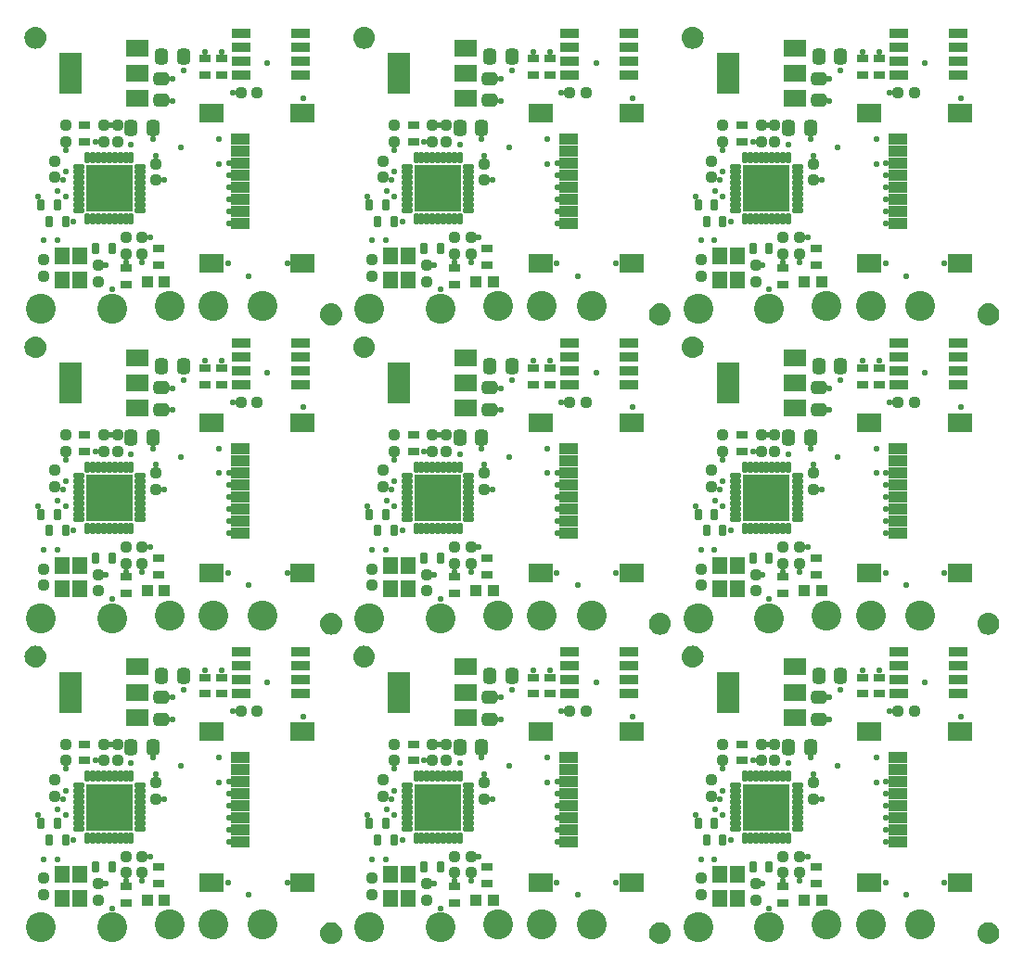
<source format=gts>
%FSLAX46Y46*%
%MOMM*%
%AMPS17*
21,1,1.000000,1.000000,0.000000,0.000000,0.000000*
%
%ADD17PS17*%
%AMPS36*
21,1,1.650000,2.200000,0.000000,0.000000,90.000000*
%
%ADD36PS36*%
%AMPS35*
21,1,1.650000,2.200000,0.000000,0.000000,270.000000*
%
%ADD35PS35*%
%AMPS14*
21,1,0.800000,1.700000,0.000000,0.000000,90.000000*
%
%ADD14PS14*%
%AMPS15*
21,1,0.800000,1.700000,0.000000,0.000000,270.000000*
%
%ADD15PS15*%
%AMPS18*
21,1,1.450000,1.950000,0.000000,0.000000,90.000000*
%
%ADD18PS18*%
%AMPS34*
21,1,1.000000,1.700000,0.000000,0.000000,90.000000*
%
%ADD34PS34*%
%AMPS19*
21,1,3.700000,1.950000,0.000000,0.000000,90.000000*
%
%ADD19PS19*%
%AMPS27*
21,1,1.600000,1.400000,0.000000,0.000000,90.000000*
%
%ADD27PS27*%
%AMPS37*
1,1,0.550000,0.000000,0.000000*
%
%ADD37PS37*%
%AMPS33*
1,1,0.560000,-0.220000,0.195000*
1,1,0.560000,0.220000,-0.195000*
1,1,0.560000,0.220000,0.195000*
1,1,0.560000,-0.220000,-0.195000*
21,1,1.000000,0.390000,0.000000,0.000000,0.000000*
21,1,0.440000,0.950000,0.000000,0.000000,0.000000*
%
%ADD33PS33*%
%AMPS20*
1,1,0.560000,-0.195000,-0.220000*
1,1,0.560000,0.195000,0.220000*
1,1,0.560000,-0.195000,0.220000*
1,1,0.560000,0.195000,-0.220000*
21,1,1.000000,0.390000,0.000000,0.000000,90.000000*
21,1,0.440000,0.950000,0.000000,0.000000,90.000000*
%
%ADD20PS20*%
%AMPS12*
1,1,0.560000,0.195000,0.220000*
1,1,0.560000,-0.195000,-0.220000*
1,1,0.560000,0.195000,-0.220000*
1,1,0.560000,-0.195000,0.220000*
21,1,1.000000,0.390000,0.000000,0.000000,270.000000*
21,1,0.440000,0.950000,0.000000,0.000000,270.000000*
%
%ADD12PS12*%
%AMPS10*
1,1,0.700000,-0.250000,0.375000*
1,1,0.700000,0.250000,-0.375000*
1,1,0.700000,0.250000,0.375000*
1,1,0.700000,-0.250000,-0.375000*
21,1,1.200000,0.750000,0.000000,0.000000,0.000000*
21,1,0.500000,1.450000,0.000000,0.000000,0.000000*
%
%ADD10PS10*%
%AMPS30*
1,1,0.700000,0.250000,-0.375000*
1,1,0.700000,-0.250000,0.375000*
1,1,0.700000,-0.250000,-0.375000*
1,1,0.700000,0.250000,0.375000*
21,1,1.200000,0.750000,0.000000,0.000000,180.000000*
21,1,0.500000,1.450000,0.000000,0.000000,180.000000*
%
%ADD30PS30*%
%AMPS11*
1,1,0.700000,0.375000,0.250000*
1,1,0.700000,-0.375000,-0.250000*
1,1,0.700000,0.375000,-0.250000*
1,1,0.700000,-0.375000,0.250000*
21,1,1.200000,0.750000,0.000000,0.000000,270.000000*
21,1,0.500000,1.450000,0.000000,0.000000,270.000000*
%
%ADD11PS11*%
%AMPS32*
1,1,0.440000,-0.130000,0.330000*
1,1,0.440000,0.130000,-0.330000*
1,1,0.440000,0.130000,0.330000*
1,1,0.440000,-0.130000,-0.330000*
21,1,0.700000,0.660000,0.000000,0.000000,0.000000*
21,1,0.260000,1.100000,0.000000,0.000000,0.000000*
%
%ADD32PS32*%
%AMPS13*
1,1,0.440000,-0.330000,-0.130000*
1,1,0.440000,0.330000,0.130000*
1,1,0.440000,-0.330000,0.130000*
1,1,0.440000,0.330000,-0.130000*
21,1,0.700000,0.660000,0.000000,0.000000,90.000000*
21,1,0.260000,1.100000,0.000000,0.000000,90.000000*
%
%ADD13PS13*%
%AMPS29*
1,1,0.440000,0.130000,-0.330000*
1,1,0.440000,-0.130000,0.330000*
1,1,0.440000,-0.130000,-0.330000*
1,1,0.440000,0.130000,0.330000*
21,1,0.700000,0.660000,0.000000,0.000000,180.000000*
21,1,0.260000,1.100000,0.000000,0.000000,180.000000*
%
%ADD29PS29*%
%AMPS16*
1,1,0.440000,0.330000,0.130000*
1,1,0.440000,-0.330000,-0.130000*
1,1,0.440000,0.330000,-0.130000*
1,1,0.440000,-0.330000,0.130000*
21,1,0.700000,0.660000,0.000000,0.000000,270.000000*
21,1,0.260000,1.100000,0.000000,0.000000,270.000000*
%
%ADD16PS16*%
%AMPS23*
1,1,0.325000,-0.387500,0.077500*
1,1,0.325000,0.387500,-0.077500*
1,1,0.325000,0.387500,0.077500*
1,1,0.325000,-0.387500,-0.077500*
21,1,1.100000,0.155000,0.000000,0.000000,0.000000*
21,1,0.775000,0.480000,0.000000,0.000000,0.000000*
%
%ADD23PS23*%
%AMPS21*
1,1,0.325000,-0.077500,-0.387500*
1,1,0.325000,0.077500,0.387500*
1,1,0.325000,-0.077500,0.387500*
1,1,0.325000,0.077500,-0.387500*
21,1,1.100000,0.155000,0.000000,0.000000,90.000000*
21,1,0.775000,0.480000,0.000000,0.000000,90.000000*
%
%ADD21PS21*%
%AMPS22*
1,1,0.325000,0.387500,-0.077500*
1,1,0.325000,-0.387500,0.077500*
1,1,0.325000,-0.387500,-0.077500*
1,1,0.325000,0.387500,0.077500*
21,1,1.100000,0.155000,0.000000,0.000000,180.000000*
21,1,0.775000,0.480000,0.000000,0.000000,180.000000*
%
%ADD22PS22*%
%AMPS24*
1,1,0.325000,0.077500,0.387500*
1,1,0.325000,-0.077500,-0.387500*
1,1,0.325000,0.077500,-0.387500*
1,1,0.325000,-0.077500,0.387500*
21,1,1.100000,0.155000,0.000000,0.000000,270.000000*
21,1,0.775000,0.480000,0.000000,0.000000,270.000000*
%
%ADD24PS24*%
%AMPS25*
21,1,4.299999,4.299999,0.000000,0.000000,180.000000*
%
%ADD25PS25*%
%AMPS28*
1,1,2.740000,0.000000,0.000000*
%
%ADD28PS28*%
%AMPS31*
1,1,2.740000,0.000000,0.000000*
%
%ADD31PS31*%
%AMPS26*
1,1,2.740000,0.000000,0.000000*
%
%ADD26PS26*%
G01*
%LPD*%
G36*
X59480785Y29554910D02*
X59500000Y29750000D01*
X59480785Y29945090D01*
X59423879Y30132683D01*
X59331469Y30305570D01*
X59207106Y30457106D01*
X59055570Y30581469D01*
X58882683Y30673879D01*
X58695090Y30730785D01*
X58500000Y30750000D01*
X58304910Y30730785D01*
X58117317Y30673879D01*
X57944430Y30581469D01*
X57792894Y30457106D01*
X57668531Y30305570D01*
X57576121Y30132683D01*
X57519215Y29945090D01*
X57500000Y29750000D01*
X57519215Y29554910D01*
X57576121Y29367317D01*
X57668531Y29194430D01*
X57792894Y29042894D01*
X57944430Y28918531D01*
X58117317Y28826121D01*
X58304910Y28769215D01*
X58500000Y28750000D01*
X58695090Y28769215D01*
X58882683Y28826121D01*
X59055570Y28918531D01*
X59207106Y29042894D01*
X59331469Y29194430D01*
X59423879Y29367317D01*
X59480785Y29554910D01*
D02*
G37*
G36*
X32480785Y54804910D02*
X32500000Y55000000D01*
X32480785Y55195090D01*
X32423879Y55382683D01*
X32331469Y55555570D01*
X32207106Y55707106D01*
X32055570Y55831469D01*
X31882683Y55923879D01*
X31695090Y55980785D01*
X31500000Y56000000D01*
X31304910Y55980785D01*
X31117317Y55923879D01*
X30944430Y55831469D01*
X30792894Y55707106D01*
X30668531Y55555570D01*
X30576121Y55382683D01*
X30519215Y55195090D01*
X30500000Y55000000D01*
X30519215Y54804910D01*
X30576121Y54617317D01*
X30668531Y54444430D01*
X30792894Y54292894D01*
X30944430Y54168531D01*
X31117317Y54076121D01*
X31304910Y54019215D01*
X31500000Y54000000D01*
X31695090Y54019215D01*
X31882683Y54076121D01*
X32055570Y54168531D01*
X32207106Y54292894D01*
X32331469Y54444430D01*
X32423879Y54617317D01*
X32480785Y54804910D01*
D02*
G37*
G36*
X89480785Y29554910D02*
X89500000Y29750000D01*
X89480785Y29945090D01*
X89423879Y30132683D01*
X89331469Y30305570D01*
X89207106Y30457106D01*
X89055570Y30581469D01*
X88882683Y30673879D01*
X88695090Y30730785D01*
X88500000Y30750000D01*
X88304910Y30730785D01*
X88117317Y30673879D01*
X87944430Y30581469D01*
X87792894Y30457106D01*
X87668531Y30305570D01*
X87576121Y30132683D01*
X87519215Y29945090D01*
X87500000Y29750000D01*
X87519215Y29554910D01*
X87576121Y29367317D01*
X87668531Y29194430D01*
X87792894Y29042894D01*
X87944430Y28918531D01*
X88117317Y28826121D01*
X88304910Y28769215D01*
X88500000Y28750000D01*
X88695090Y28769215D01*
X88882683Y28826121D01*
X89055570Y28918531D01*
X89207106Y29042894D01*
X89331469Y29194430D01*
X89423879Y29367317D01*
X89480785Y29554910D01*
D02*
G37*
G36*
X62480785Y54804910D02*
X62500000Y55000000D01*
X62480785Y55195090D01*
X62423879Y55382683D01*
X62331469Y55555570D01*
X62207106Y55707106D01*
X62055570Y55831469D01*
X61882683Y55923879D01*
X61695090Y55980785D01*
X61500000Y56000000D01*
X61304910Y55980785D01*
X61117317Y55923879D01*
X60944430Y55831469D01*
X60792894Y55707106D01*
X60668531Y55555570D01*
X60576121Y55382683D01*
X60519215Y55195090D01*
X60500000Y55000000D01*
X60519215Y54804910D01*
X60576121Y54617317D01*
X60668531Y54444430D01*
X60792894Y54292894D01*
X60944430Y54168531D01*
X61117317Y54076121D01*
X61304910Y54019215D01*
X61500000Y54000000D01*
X61695090Y54019215D01*
X61882683Y54076121D01*
X62055570Y54168531D01*
X62207106Y54292894D01*
X62331469Y54444430D01*
X62423879Y54617317D01*
X62480785Y54804910D01*
D02*
G37*
G36*
X89480785Y1304910D02*
X89500000Y1500000D01*
X89480785Y1695090D01*
X89423879Y1882683D01*
X89331469Y2055570D01*
X89207106Y2207106D01*
X89055570Y2331469D01*
X88882683Y2423879D01*
X88695090Y2480785D01*
X88500000Y2500000D01*
X88304910Y2480785D01*
X88117317Y2423879D01*
X87944430Y2331469D01*
X87792894Y2207106D01*
X87668531Y2055570D01*
X87576121Y1882683D01*
X87519215Y1695090D01*
X87500000Y1500000D01*
X87519215Y1304910D01*
X87576121Y1117317D01*
X87668531Y944430D01*
X87792894Y792894D01*
X87944430Y668531D01*
X88117317Y576121D01*
X88304910Y519215D01*
X88500000Y500000D01*
X88695090Y519215D01*
X88882683Y576121D01*
X89055570Y668531D01*
X89207106Y792894D01*
X89331469Y944430D01*
X89423879Y1117317D01*
X89480785Y1304910D01*
D02*
G37*
G36*
X62480785Y26554910D02*
X62500000Y26750000D01*
X62480785Y26945090D01*
X62423879Y27132683D01*
X62331469Y27305570D01*
X62207106Y27457106D01*
X62055570Y27581469D01*
X61882683Y27673879D01*
X61695090Y27730785D01*
X61500000Y27750000D01*
X61304910Y27730785D01*
X61117317Y27673879D01*
X60944430Y27581469D01*
X60792894Y27457106D01*
X60668531Y27305570D01*
X60576121Y27132683D01*
X60519215Y26945090D01*
X60500000Y26750000D01*
X60519215Y26554910D01*
X60576121Y26367317D01*
X60668531Y26194430D01*
X60792894Y26042894D01*
X60944430Y25918531D01*
X61117317Y25826121D01*
X61304910Y25769215D01*
X61500000Y25750000D01*
X61695090Y25769215D01*
X61882683Y25826121D01*
X62055570Y25918531D01*
X62207106Y26042894D01*
X62331469Y26194430D01*
X62423879Y26367317D01*
X62480785Y26554910D01*
D02*
G37*
G36*
X59480785Y57804910D02*
X59500000Y58000000D01*
X59480785Y58195090D01*
X59423879Y58382683D01*
X59331469Y58555570D01*
X59207106Y58707106D01*
X59055570Y58831469D01*
X58882683Y58923879D01*
X58695090Y58980785D01*
X58500000Y59000000D01*
X58304910Y58980785D01*
X58117317Y58923879D01*
X57944430Y58831469D01*
X57792894Y58707106D01*
X57668531Y58555570D01*
X57576121Y58382683D01*
X57519215Y58195090D01*
X57500000Y58000000D01*
X57519215Y57804910D01*
X57576121Y57617317D01*
X57668531Y57444430D01*
X57792894Y57292894D01*
X57944430Y57168531D01*
X58117317Y57076121D01*
X58304910Y57019215D01*
X58500000Y57000000D01*
X58695090Y57019215D01*
X58882683Y57076121D01*
X59055570Y57168531D01*
X59207106Y57292894D01*
X59331469Y57444430D01*
X59423879Y57617317D01*
X59480785Y57804910D01*
D02*
G37*
G36*
X32480785Y83054910D02*
X32500000Y83250000D01*
X32480785Y83445090D01*
X32423879Y83632683D01*
X32331469Y83805570D01*
X32207106Y83957106D01*
X32055570Y84081469D01*
X31882683Y84173879D01*
X31695090Y84230785D01*
X31500000Y84250000D01*
X31304910Y84230785D01*
X31117317Y84173879D01*
X30944430Y84081469D01*
X30792894Y83957106D01*
X30668531Y83805570D01*
X30576121Y83632683D01*
X30519215Y83445090D01*
X30500000Y83250000D01*
X30519215Y83054910D01*
X30576121Y82867317D01*
X30668531Y82694430D01*
X30792894Y82542894D01*
X30944430Y82418531D01*
X31117317Y82326121D01*
X31304910Y82269215D01*
X31500000Y82250000D01*
X31695090Y82269215D01*
X31882683Y82326121D01*
X32055570Y82418531D01*
X32207106Y82542894D01*
X32331469Y82694430D01*
X32423879Y82867317D01*
X32480785Y83054910D01*
D02*
G37*
G36*
X29480785Y57804910D02*
X29500000Y58000000D01*
X29480785Y58195090D01*
X29423879Y58382683D01*
X29331469Y58555570D01*
X29207106Y58707106D01*
X29055570Y58831469D01*
X28882683Y58923879D01*
X28695090Y58980785D01*
X28500000Y59000000D01*
X28304910Y58980785D01*
X28117317Y58923879D01*
X27944430Y58831469D01*
X27792894Y58707106D01*
X27668531Y58555570D01*
X27576121Y58382683D01*
X27519215Y58195090D01*
X27500000Y58000000D01*
X27519215Y57804910D01*
X27576121Y57617317D01*
X27668531Y57444430D01*
X27792894Y57292894D01*
X27944430Y57168531D01*
X28117317Y57076121D01*
X28304910Y57019215D01*
X28500000Y57000000D01*
X28695090Y57019215D01*
X28882683Y57076121D01*
X29055570Y57168531D01*
X29207106Y57292894D01*
X29331469Y57444430D01*
X29423879Y57617317D01*
X29480785Y57804910D01*
D02*
G37*
G36*
X2480785Y83054910D02*
X2500000Y83250000D01*
X2480785Y83445090D01*
X2423879Y83632683D01*
X2331469Y83805570D01*
X2207106Y83957106D01*
X2055570Y84081469D01*
X1882683Y84173879D01*
X1695090Y84230785D01*
X1500000Y84250000D01*
X1304910Y84230785D01*
X1117317Y84173879D01*
X944430Y84081469D01*
X792894Y83957106D01*
X668531Y83805570D01*
X576121Y83632683D01*
X519215Y83445090D01*
X500000Y83250000D01*
X519215Y83054910D01*
X576121Y82867317D01*
X668531Y82694430D01*
X792894Y82542894D01*
X944430Y82418531D01*
X1117317Y82326121D01*
X1304910Y82269215D01*
X1500000Y82250000D01*
X1695090Y82269215D01*
X1882683Y82326121D01*
X2055570Y82418531D01*
X2207106Y82542894D01*
X2331469Y82694430D01*
X2423879Y82867317D01*
X2480785Y83054910D01*
D02*
G37*
G36*
X29480785Y29554910D02*
X29500000Y29750000D01*
X29480785Y29945090D01*
X29423879Y30132683D01*
X29331469Y30305570D01*
X29207106Y30457106D01*
X29055570Y30581469D01*
X28882683Y30673879D01*
X28695090Y30730785D01*
X28500000Y30750000D01*
X28304910Y30730785D01*
X28117317Y30673879D01*
X27944430Y30581469D01*
X27792894Y30457106D01*
X27668531Y30305570D01*
X27576121Y30132683D01*
X27519215Y29945090D01*
X27500000Y29750000D01*
X27519215Y29554910D01*
X27576121Y29367317D01*
X27668531Y29194430D01*
X27792894Y29042894D01*
X27944430Y28918531D01*
X28117317Y28826121D01*
X28304910Y28769215D01*
X28500000Y28750000D01*
X28695090Y28769215D01*
X28882683Y28826121D01*
X29055570Y28918531D01*
X29207106Y29042894D01*
X29331469Y29194430D01*
X29423879Y29367317D01*
X29480785Y29554910D01*
D02*
G37*
G36*
X2480785Y54804910D02*
X2500000Y55000000D01*
X2480785Y55195090D01*
X2423879Y55382683D01*
X2331469Y55555570D01*
X2207106Y55707106D01*
X2055570Y55831469D01*
X1882683Y55923879D01*
X1695090Y55980785D01*
X1500000Y56000000D01*
X1304910Y55980785D01*
X1117317Y55923879D01*
X944430Y55831469D01*
X792894Y55707106D01*
X668531Y55555570D01*
X576121Y55382683D01*
X519215Y55195090D01*
X500000Y55000000D01*
X519215Y54804910D01*
X576121Y54617317D01*
X668531Y54444430D01*
X792894Y54292894D01*
X944430Y54168531D01*
X1117317Y54076121D01*
X1304910Y54019215D01*
X1500000Y54000000D01*
X1695090Y54019215D01*
X1882683Y54076121D01*
X2055570Y54168531D01*
X2207106Y54292894D01*
X2331469Y54444430D01*
X2423879Y54617317D01*
X2480785Y54804910D01*
D02*
G37*
G36*
X59480785Y1304910D02*
X59500000Y1500000D01*
X59480785Y1695090D01*
X59423879Y1882683D01*
X59331469Y2055570D01*
X59207106Y2207106D01*
X59055570Y2331469D01*
X58882683Y2423879D01*
X58695090Y2480785D01*
X58500000Y2500000D01*
X58304910Y2480785D01*
X58117317Y2423879D01*
X57944430Y2331469D01*
X57792894Y2207106D01*
X57668531Y2055570D01*
X57576121Y1882683D01*
X57519215Y1695090D01*
X57500000Y1500000D01*
X57519215Y1304910D01*
X57576121Y1117317D01*
X57668531Y944430D01*
X57792894Y792894D01*
X57944430Y668531D01*
X58117317Y576121D01*
X58304910Y519215D01*
X58500000Y500000D01*
X58695090Y519215D01*
X58882683Y576121D01*
X59055570Y668531D01*
X59207106Y792894D01*
X59331469Y944430D01*
X59423879Y1117317D01*
X59480785Y1304910D01*
D02*
G37*
G36*
X32480785Y26554910D02*
X32500000Y26750000D01*
X32480785Y26945090D01*
X32423879Y27132683D01*
X32331469Y27305570D01*
X32207106Y27457106D01*
X32055570Y27581469D01*
X31882683Y27673879D01*
X31695090Y27730785D01*
X31500000Y27750000D01*
X31304910Y27730785D01*
X31117317Y27673879D01*
X30944430Y27581469D01*
X30792894Y27457106D01*
X30668531Y27305570D01*
X30576121Y27132683D01*
X30519215Y26945090D01*
X30500000Y26750000D01*
X30519215Y26554910D01*
X30576121Y26367317D01*
X30668531Y26194430D01*
X30792894Y26042894D01*
X30944430Y25918531D01*
X31117317Y25826121D01*
X31304910Y25769215D01*
X31500000Y25750000D01*
X31695090Y25769215D01*
X31882683Y25826121D01*
X32055570Y25918531D01*
X32207106Y26042894D01*
X32331469Y26194430D01*
X32423879Y26367317D01*
X32480785Y26554910D01*
D02*
G37*
G36*
X29480785Y1304910D02*
X29500000Y1500000D01*
X29480785Y1695090D01*
X29423879Y1882683D01*
X29331469Y2055570D01*
X29207106Y2207106D01*
X29055570Y2331469D01*
X28882683Y2423879D01*
X28695090Y2480785D01*
X28500000Y2500000D01*
X28304910Y2480785D01*
X28117317Y2423879D01*
X27944430Y2331469D01*
X27792894Y2207106D01*
X27668531Y2055570D01*
X27576121Y1882683D01*
X27519215Y1695090D01*
X27500000Y1500000D01*
X27519215Y1304910D01*
X27576121Y1117317D01*
X27668531Y944430D01*
X27792894Y792894D01*
X27944430Y668531D01*
X28117317Y576121D01*
X28304910Y519215D01*
X28500000Y500000D01*
X28695090Y519215D01*
X28882683Y576121D01*
X29055570Y668531D01*
X29207106Y792894D01*
X29331469Y944430D01*
X29423879Y1117317D01*
X29480785Y1304910D01*
D02*
G37*
G36*
X2480785Y26554910D02*
X2500000Y26750000D01*
X2480785Y26945090D01*
X2423879Y27132683D01*
X2331469Y27305570D01*
X2207106Y27457106D01*
X2055570Y27581469D01*
X1882683Y27673879D01*
X1695090Y27730785D01*
X1500000Y27750000D01*
X1304910Y27730785D01*
X1117317Y27673879D01*
X944430Y27581469D01*
X792894Y27457106D01*
X668531Y27305570D01*
X576121Y27132683D01*
X519215Y26945090D01*
X500000Y26750000D01*
X519215Y26554910D01*
X576121Y26367317D01*
X668531Y26194430D01*
X792894Y26042894D01*
X944430Y25918531D01*
X1117317Y25826121D01*
X1304910Y25769215D01*
X1500000Y25750000D01*
X1695090Y25769215D01*
X1882683Y25826121D01*
X2055570Y25918531D01*
X2207106Y26042894D01*
X2331469Y26194430D01*
X2423879Y26367317D01*
X2480785Y26554910D01*
D02*
G37*
G36*
X89480785Y57804910D02*
X89500000Y58000000D01*
X89480785Y58195090D01*
X89423879Y58382683D01*
X89331469Y58555570D01*
X89207106Y58707106D01*
X89055570Y58831469D01*
X88882683Y58923879D01*
X88695090Y58980785D01*
X88500000Y59000000D01*
X88304910Y58980785D01*
X88117317Y58923879D01*
X87944430Y58831469D01*
X87792894Y58707106D01*
X87668531Y58555570D01*
X87576121Y58382683D01*
X87519215Y58195090D01*
X87500000Y58000000D01*
X87519215Y57804910D01*
X87576121Y57617317D01*
X87668531Y57444430D01*
X87792894Y57292894D01*
X87944430Y57168531D01*
X88117317Y57076121D01*
X88304910Y57019215D01*
X88500000Y57000000D01*
X88695090Y57019215D01*
X88882683Y57076121D01*
X89055570Y57168531D01*
X89207106Y57292894D01*
X89331469Y57444430D01*
X89423879Y57617317D01*
X89480785Y57804910D01*
D02*
G37*
G36*
X62480785Y83054910D02*
X62500000Y83250000D01*
X62480785Y83445090D01*
X62423879Y83632683D01*
X62331469Y83805570D01*
X62207106Y83957106D01*
X62055570Y84081469D01*
X61882683Y84173879D01*
X61695090Y84230785D01*
X61500000Y84250000D01*
X61304910Y84230785D01*
X61117317Y84173879D01*
X60944430Y84081469D01*
X60792894Y83957106D01*
X60668531Y83805570D01*
X60576121Y83632683D01*
X60519215Y83445090D01*
X60500000Y83250000D01*
X60519215Y83054910D01*
X60576121Y82867317D01*
X60668531Y82694430D01*
X60792894Y82542894D01*
X60944430Y82418531D01*
X61117317Y82326121D01*
X61304910Y82269215D01*
X61500000Y82250000D01*
X61695090Y82269215D01*
X61882683Y82326121D01*
X62055570Y82418531D01*
X62207106Y82542894D01*
X62331469Y82694430D01*
X62423879Y82867317D01*
X62480785Y83054910D01*
D02*
G37*
G01*
%LPD*%
G75*
D10*
X43000056Y53249992D03*
D10*
X45000056Y53249992D03*
D11*
X42999992Y51278710D03*
D11*
X42999992Y49278710D03*
D12*
X41250000Y35250000D03*
D12*
X41250000Y36750000D03*
D13*
X48500000Y51595000D03*
D13*
X48500000Y53095000D03*
D14*
X55700000Y52865000D03*
D14*
X55700000Y55405000D03*
D15*
X50300000Y52865000D03*
D14*
X55700000Y51595000D03*
D14*
X55700000Y54135000D03*
D15*
X50300000Y55405000D03*
D15*
X50300000Y54135000D03*
D15*
X50300000Y51595000D03*
D16*
X42750000Y35750000D03*
D16*
X42750000Y34250000D03*
D12*
X32250000Y33250000D03*
D12*
X32250000Y34750000D03*
D12*
X39750000Y35250000D03*
D12*
X39750000Y36750000D03*
D17*
X41700000Y32750000D03*
D17*
X43300000Y32750000D03*
D18*
X40800000Y54050000D03*
D18*
X40800000Y51750000D03*
D18*
X40800000Y49450000D03*
D19*
X34700000Y51750000D03*
D20*
X37750000Y47000000D03*
D20*
X37750000Y45500000D03*
D21*
X36750000Y38437500D03*
D22*
X41062500Y43250000D03*
D22*
X41062500Y40250000D03*
D23*
X35437500Y43250000D03*
D22*
X41062500Y42250000D03*
D21*
X39750000Y38437500D03*
D23*
X35437500Y40750000D03*
D21*
X40250000Y38437500D03*
D21*
X38250000Y38437500D03*
D24*
X38750000Y44062500D03*
D24*
X39750000Y44062500D03*
D24*
X39250000Y44062500D03*
D21*
X39250000Y38437500D03*
D23*
X35437500Y40250000D03*
D21*
X38750000Y38437500D03*
D22*
X41062500Y41750000D03*
D22*
X41062500Y39750000D03*
D23*
X35437500Y39750000D03*
D23*
X35437500Y41750000D03*
D21*
X36250000Y38437500D03*
D22*
X41062500Y41250000D03*
D23*
X35437500Y42250000D03*
D22*
X41062500Y39250000D03*
D23*
X35437500Y41250000D03*
D23*
X35437500Y39250000D03*
D21*
X37250000Y38437500D03*
D24*
X37250000Y44062500D03*
D22*
X41062500Y42750000D03*
D24*
X36750000Y44062500D03*
D24*
X38250000Y44062500D03*
D22*
X41062500Y40750000D03*
D24*
X37750000Y44062500D03*
D23*
X35437500Y42750000D03*
D24*
X40250000Y44062500D03*
D24*
X36250000Y44062500D03*
D25*
X38250000Y41250000D03*
D21*
X37750000Y38437500D03*
D20*
X37250000Y34250000D03*
D20*
X37250000Y32750000D03*
D26*
X32000000Y30250000D03*
D27*
X33950000Y35100000D03*
D27*
X33950000Y32900000D03*
D27*
X35550000Y32900000D03*
D27*
X35550000Y35100000D03*
D28*
X52250000Y30500000D03*
D29*
X33500000Y39750000D03*
D29*
X32000000Y39750000D03*
D20*
X39000000Y47000000D03*
D20*
X39000000Y45500000D03*
D30*
X42249944Y46750008D03*
D30*
X40249944Y46750008D03*
D31*
X38500000Y30250000D03*
D29*
X38500000Y35750000D03*
D29*
X37000000Y35750000D03*
D13*
X36000000Y45500000D03*
D13*
X36000000Y47000000D03*
D12*
X34250000Y45500000D03*
D12*
X34250000Y47000000D03*
D32*
X32750000Y38250000D03*
D32*
X34250000Y38250000D03*
D28*
X43750000Y30500000D03*
D13*
X47000000Y51595000D03*
D13*
X47000000Y53095000D03*
D13*
X39750000Y32500000D03*
D13*
X39750000Y34000000D03*
D20*
X33250000Y43750000D03*
D20*
X33250000Y42250000D03*
D33*
X51750000Y50000000D03*
D33*
X50250000Y50000000D03*
D20*
X42500000Y43500000D03*
D20*
X42500000Y42000000D03*
D28*
X47750000Y30500000D03*
D34*
X50200000Y45745000D03*
D34*
X50200000Y41345000D03*
D34*
X50200000Y44645000D03*
D34*
X50200000Y38045000D03*
D34*
X50200000Y43545000D03*
D35*
X47600000Y34375000D03*
D34*
X50200000Y39145000D03*
D36*
X55900000Y34375000D03*
D34*
X50200000Y42445000D03*
D34*
X50200000Y40245000D03*
D35*
X47600000Y48125000D03*
D36*
X55900000Y48125000D03*
D37*
X48250000Y43500000D03*
D37*
X51000000Y33250000D03*
D37*
X38250000Y42150000D03*
D37*
X49150000Y42445000D03*
D37*
X39150000Y40350000D03*
D37*
X47000000Y53750000D03*
D37*
X48500000Y53750000D03*
D37*
X34250000Y42750000D03*
D37*
X40000000Y43000000D03*
D37*
X34250000Y40500000D03*
D37*
X33549989Y41000000D03*
D37*
X44000000Y49250000D03*
D37*
X56000000Y49500000D03*
D37*
X37895000Y34250000D03*
D37*
X38500000Y32000000D03*
D37*
X48250000Y45750000D03*
D37*
X39150000Y41250000D03*
D37*
X49500000Y50000000D03*
D37*
X42000000Y36750000D03*
D37*
X37350000Y40350000D03*
D37*
X43250000Y42000000D03*
D37*
X40250000Y45250000D03*
D37*
X38250000Y41250000D03*
D37*
X42250000Y45750000D03*
D37*
X39150000Y42150000D03*
D37*
X35000000Y38250000D03*
D37*
X31780025Y40500000D03*
D37*
X34250000Y44750000D03*
D37*
X42500000Y44250000D03*
D37*
X39750000Y34500000D03*
D37*
X37000000Y45500000D03*
D37*
X38250000Y40350000D03*
D37*
X54500000Y34375000D03*
D37*
X37350000Y41250000D03*
D37*
X38375000Y47000000D03*
D37*
X49150000Y43545000D03*
D37*
X49100000Y34375000D03*
D37*
X49150000Y38045000D03*
D37*
X45000000Y52000000D03*
D37*
X34000000Y42000000D03*
D37*
X49150000Y41345000D03*
D37*
X49150000Y39145000D03*
D37*
X49150000Y40250000D03*
D37*
X33500000Y36500000D03*
D37*
X44750000Y45000000D03*
D37*
X41250000Y34500000D03*
D37*
X52674944Y52675008D03*
D37*
X32250000Y36500000D03*
D37*
X37350000Y42150000D03*
D37*
X44000000Y51250000D03*
D10*
X73000056Y53249992D03*
D10*
X75000056Y53249992D03*
D11*
X72999992Y51278710D03*
D11*
X72999992Y49278710D03*
D12*
X71250000Y35250000D03*
D12*
X71250000Y36750000D03*
D13*
X78500000Y51595000D03*
D13*
X78500000Y53095000D03*
D14*
X85700000Y52865000D03*
D14*
X85700000Y55405000D03*
D15*
X80300000Y52865000D03*
D14*
X85700000Y51595000D03*
D14*
X85700000Y54135000D03*
D15*
X80300000Y55405000D03*
D15*
X80300000Y54135000D03*
D15*
X80300000Y51595000D03*
D16*
X72750000Y35750000D03*
D16*
X72750000Y34250000D03*
D12*
X62250000Y33250000D03*
D12*
X62250000Y34750000D03*
D12*
X69750000Y35250000D03*
D12*
X69750000Y36750000D03*
D17*
X71700000Y32750000D03*
D17*
X73300000Y32750000D03*
D18*
X70800000Y54050000D03*
D18*
X70800000Y51750000D03*
D18*
X70800000Y49450000D03*
D19*
X64700000Y51750000D03*
D20*
X67750000Y47000000D03*
D20*
X67750000Y45500000D03*
D21*
X66750000Y38437500D03*
D22*
X71062500Y43250000D03*
D22*
X71062500Y40250000D03*
D23*
X65437500Y43250000D03*
D22*
X71062500Y42250000D03*
D21*
X69750000Y38437500D03*
D23*
X65437500Y40750000D03*
D21*
X70250000Y38437500D03*
D21*
X68250000Y38437500D03*
D24*
X68750000Y44062500D03*
D24*
X69750000Y44062500D03*
D24*
X69250000Y44062500D03*
D21*
X69250000Y38437500D03*
D23*
X65437500Y40250000D03*
D21*
X68750000Y38437500D03*
D22*
X71062500Y41750000D03*
D22*
X71062500Y39750000D03*
D23*
X65437500Y39750000D03*
D23*
X65437500Y41750000D03*
D21*
X66250000Y38437500D03*
D22*
X71062500Y41250000D03*
D23*
X65437500Y42250000D03*
D22*
X71062500Y39250000D03*
D23*
X65437500Y41250000D03*
D23*
X65437500Y39250000D03*
D21*
X67250000Y38437500D03*
D24*
X67250000Y44062500D03*
D22*
X71062500Y42750000D03*
D24*
X66750000Y44062500D03*
D24*
X68250000Y44062500D03*
D22*
X71062500Y40750000D03*
D24*
X67750000Y44062500D03*
D23*
X65437500Y42750000D03*
D24*
X70250000Y44062500D03*
D24*
X66250000Y44062500D03*
D25*
X68250000Y41250000D03*
D21*
X67750000Y38437500D03*
D20*
X67250000Y34250000D03*
D20*
X67250000Y32750000D03*
D26*
X62000000Y30250000D03*
D27*
X63950000Y35100000D03*
D27*
X63950000Y32900000D03*
D27*
X65550000Y32900000D03*
D27*
X65550000Y35100000D03*
D28*
X82250000Y30500000D03*
D29*
X63500000Y39750000D03*
D29*
X62000000Y39750000D03*
D20*
X69000000Y47000000D03*
D20*
X69000000Y45500000D03*
D30*
X72249944Y46750008D03*
D30*
X70249944Y46750008D03*
D31*
X68500000Y30250000D03*
D29*
X68500000Y35750000D03*
D29*
X67000000Y35750000D03*
D13*
X66000000Y45500000D03*
D13*
X66000000Y47000000D03*
D12*
X64250000Y45500000D03*
D12*
X64250000Y47000000D03*
D32*
X62750000Y38250000D03*
D32*
X64250000Y38250000D03*
D28*
X73750000Y30500000D03*
D13*
X77000000Y51595000D03*
D13*
X77000000Y53095000D03*
D13*
X69750000Y32500000D03*
D13*
X69750000Y34000000D03*
D20*
X63250000Y43750000D03*
D20*
X63250000Y42250000D03*
D33*
X81750000Y50000000D03*
D33*
X80250000Y50000000D03*
D20*
X72500000Y43500000D03*
D20*
X72500000Y42000000D03*
D28*
X77750000Y30500000D03*
D34*
X80200000Y45745000D03*
D34*
X80200000Y41345000D03*
D34*
X80200000Y44645000D03*
D34*
X80200000Y38045000D03*
D34*
X80200000Y43545000D03*
D35*
X77600000Y34375000D03*
D34*
X80200000Y39145000D03*
D36*
X85900000Y34375000D03*
D34*
X80200000Y42445000D03*
D34*
X80200000Y40245000D03*
D35*
X77600000Y48125000D03*
D36*
X85900000Y48125000D03*
D37*
X78250000Y43500000D03*
D37*
X81000000Y33250000D03*
D37*
X68250000Y42150000D03*
D37*
X79150000Y42445000D03*
D37*
X69150000Y40350000D03*
D37*
X77000000Y53750000D03*
D37*
X78500000Y53750000D03*
D37*
X64250000Y42750000D03*
D37*
X70000000Y43000000D03*
D37*
X64250000Y40500000D03*
D37*
X63549989Y41000000D03*
D37*
X74000000Y49250000D03*
D37*
X86000000Y49500000D03*
D37*
X67895000Y34250000D03*
D37*
X68500000Y32000000D03*
D37*
X78250000Y45750000D03*
D37*
X69150000Y41250000D03*
D37*
X79500000Y50000000D03*
D37*
X72000000Y36750000D03*
D37*
X67350000Y40350000D03*
D37*
X73250000Y42000000D03*
D37*
X70250000Y45250000D03*
D37*
X68250000Y41250000D03*
D37*
X72250000Y45750000D03*
D37*
X69150000Y42150000D03*
D37*
X65000000Y38250000D03*
D37*
X61780025Y40500000D03*
D37*
X64250000Y44750000D03*
D37*
X72500000Y44250000D03*
D37*
X69750000Y34500000D03*
D37*
X67000000Y45500000D03*
D37*
X68250000Y40350000D03*
D37*
X84500000Y34375000D03*
D37*
X67350000Y41250000D03*
D37*
X68375000Y47000000D03*
D37*
X79150000Y43545000D03*
D37*
X79100000Y34375000D03*
D37*
X79150000Y38045000D03*
D37*
X75000000Y52000000D03*
D37*
X64000000Y42000000D03*
D37*
X79150000Y41345000D03*
D37*
X79150000Y39145000D03*
D37*
X79150000Y40250000D03*
D37*
X63500000Y36500000D03*
D37*
X74750000Y45000000D03*
D37*
X71250000Y34500000D03*
D37*
X82674944Y52675008D03*
D37*
X62250000Y36500000D03*
D37*
X67350000Y42150000D03*
D37*
X74000000Y51250000D03*
D10*
X73000056Y24999992D03*
D10*
X75000056Y24999992D03*
D11*
X72999992Y23028710D03*
D11*
X72999992Y21028710D03*
D12*
X71250000Y7000000D03*
D12*
X71250000Y8500000D03*
D13*
X78500000Y23345000D03*
D13*
X78500000Y24845000D03*
D14*
X85700000Y24615000D03*
D14*
X85700000Y27155000D03*
D15*
X80300000Y24615000D03*
D14*
X85700000Y23345000D03*
D14*
X85700000Y25885000D03*
D15*
X80300000Y27155000D03*
D15*
X80300000Y25885000D03*
D15*
X80300000Y23345000D03*
D16*
X72750000Y7500000D03*
D16*
X72750000Y6000000D03*
D12*
X62250000Y5000000D03*
D12*
X62250000Y6500000D03*
D12*
X69750000Y7000000D03*
D12*
X69750000Y8500000D03*
D17*
X71700000Y4500000D03*
D17*
X73300000Y4500000D03*
D18*
X70800000Y25800000D03*
D18*
X70800000Y23500000D03*
D18*
X70800000Y21200000D03*
D19*
X64700000Y23500000D03*
D20*
X67750000Y18750000D03*
D20*
X67750000Y17250000D03*
D21*
X66750000Y10187500D03*
D22*
X71062500Y15000000D03*
D22*
X71062500Y12000000D03*
D23*
X65437500Y15000000D03*
D22*
X71062500Y14000000D03*
D21*
X69750000Y10187500D03*
D23*
X65437500Y12500000D03*
D21*
X70250000Y10187500D03*
D21*
X68250000Y10187500D03*
D24*
X68750000Y15812500D03*
D24*
X69750000Y15812500D03*
D24*
X69250000Y15812500D03*
D21*
X69250000Y10187500D03*
D23*
X65437500Y12000000D03*
D21*
X68750000Y10187500D03*
D22*
X71062500Y13500000D03*
D22*
X71062500Y11500000D03*
D23*
X65437500Y11500000D03*
D23*
X65437500Y13500000D03*
D21*
X66250000Y10187500D03*
D22*
X71062500Y13000000D03*
D23*
X65437500Y14000000D03*
D22*
X71062500Y11000000D03*
D23*
X65437500Y13000000D03*
D23*
X65437500Y11000000D03*
D21*
X67250000Y10187500D03*
D24*
X67250000Y15812500D03*
D22*
X71062500Y14500000D03*
D24*
X66750000Y15812500D03*
D24*
X68250000Y15812500D03*
D22*
X71062500Y12500000D03*
D24*
X67750000Y15812500D03*
D23*
X65437500Y14500000D03*
D24*
X70250000Y15812500D03*
D24*
X66250000Y15812500D03*
D25*
X68250000Y13000000D03*
D21*
X67750000Y10187500D03*
D20*
X67250000Y6000000D03*
D20*
X67250000Y4500000D03*
D26*
X62000000Y2000000D03*
D27*
X63950000Y6850000D03*
D27*
X63950000Y4650000D03*
D27*
X65550000Y4650000D03*
D27*
X65550000Y6850000D03*
D28*
X82250000Y2250000D03*
D29*
X63500000Y11500000D03*
D29*
X62000000Y11500000D03*
D20*
X69000000Y18750000D03*
D20*
X69000000Y17250000D03*
D30*
X72249944Y18500008D03*
D30*
X70249944Y18500008D03*
D31*
X68500000Y2000000D03*
D29*
X68500000Y7500000D03*
D29*
X67000000Y7500000D03*
D13*
X66000000Y17250000D03*
D13*
X66000000Y18750000D03*
D12*
X64250000Y17250000D03*
D12*
X64250000Y18750000D03*
D32*
X62750000Y10000000D03*
D32*
X64250000Y10000000D03*
D28*
X73750000Y2250000D03*
D13*
X77000000Y23345000D03*
D13*
X77000000Y24845000D03*
D13*
X69750000Y4250000D03*
D13*
X69750000Y5750000D03*
D20*
X63250000Y15500000D03*
D20*
X63250000Y14000000D03*
D33*
X81750000Y21750000D03*
D33*
X80250000Y21750000D03*
D20*
X72500000Y15250000D03*
D20*
X72500000Y13750000D03*
D28*
X77750000Y2250000D03*
D34*
X80200000Y17495000D03*
D34*
X80200000Y13095000D03*
D34*
X80200000Y16395000D03*
D34*
X80200000Y9795000D03*
D34*
X80200000Y15295000D03*
D35*
X77600000Y6125000D03*
D34*
X80200000Y10895000D03*
D36*
X85900000Y6125000D03*
D34*
X80200000Y14195000D03*
D34*
X80200000Y11995000D03*
D35*
X77600000Y19875000D03*
D36*
X85900000Y19875000D03*
D37*
X78250000Y15250000D03*
D37*
X81000000Y5000000D03*
D37*
X68250000Y13900000D03*
D37*
X79150000Y14195000D03*
D37*
X69150000Y12100000D03*
D37*
X77000000Y25500000D03*
D37*
X78500000Y25500000D03*
D37*
X64250000Y14500000D03*
D37*
X70000000Y14750000D03*
D37*
X64250000Y12250000D03*
D37*
X63549989Y12750000D03*
D37*
X74000000Y21000000D03*
D37*
X86000000Y21250000D03*
D37*
X67895000Y6000000D03*
D37*
X68500000Y3750000D03*
D37*
X78250000Y17500000D03*
D37*
X69150000Y13000000D03*
D37*
X79500000Y21750000D03*
D37*
X72000000Y8500000D03*
D37*
X67350000Y12100000D03*
D37*
X73250000Y13750000D03*
D37*
X70250000Y17000000D03*
D37*
X68250000Y13000000D03*
D37*
X72250000Y17500000D03*
D37*
X69150000Y13900000D03*
D37*
X65000000Y10000000D03*
D37*
X61780025Y12250000D03*
D37*
X64250000Y16500000D03*
D37*
X72500000Y16000000D03*
D37*
X69750000Y6250000D03*
D37*
X67000000Y17250000D03*
D37*
X68250000Y12100000D03*
D37*
X84500000Y6125000D03*
D37*
X67350000Y13000000D03*
D37*
X68375000Y18750000D03*
D37*
X79150000Y15295000D03*
D37*
X79100000Y6125000D03*
D37*
X79150000Y9795000D03*
D37*
X75000000Y23750000D03*
D37*
X64000000Y13750000D03*
D37*
X79150000Y13095000D03*
D37*
X79150000Y10895000D03*
D37*
X79150000Y12000000D03*
D37*
X63500000Y8250000D03*
D37*
X74750000Y16750000D03*
D37*
X71250000Y6250000D03*
D37*
X82674944Y24425008D03*
D37*
X62250000Y8250000D03*
D37*
X67350000Y13900000D03*
D37*
X74000000Y23000000D03*
D10*
X43000056Y81499992D03*
D10*
X45000056Y81499992D03*
D11*
X42999992Y79528710D03*
D11*
X42999992Y77528710D03*
D12*
X41250000Y63500000D03*
D12*
X41250000Y65000000D03*
D13*
X48500000Y79845000D03*
D13*
X48500000Y81345000D03*
D14*
X55700000Y81115000D03*
D14*
X55700000Y83655000D03*
D15*
X50300000Y81115000D03*
D14*
X55700000Y79845000D03*
D14*
X55700000Y82385000D03*
D15*
X50300000Y83655000D03*
D15*
X50300000Y82385000D03*
D15*
X50300000Y79845000D03*
D16*
X42750000Y64000000D03*
D16*
X42750000Y62500000D03*
D12*
X32250000Y61500000D03*
D12*
X32250000Y63000000D03*
D12*
X39750000Y63500000D03*
D12*
X39750000Y65000000D03*
D17*
X41700000Y61000000D03*
D17*
X43300000Y61000000D03*
D18*
X40800000Y82300000D03*
D18*
X40800000Y80000000D03*
D18*
X40800000Y77700000D03*
D19*
X34700000Y80000000D03*
D20*
X37750000Y75250000D03*
D20*
X37750000Y73750000D03*
D21*
X36750000Y66687500D03*
D22*
X41062500Y71500000D03*
D22*
X41062500Y68500000D03*
D23*
X35437500Y71500000D03*
D22*
X41062500Y70500000D03*
D21*
X39750000Y66687500D03*
D23*
X35437500Y69000000D03*
D21*
X40250000Y66687500D03*
D21*
X38250000Y66687500D03*
D24*
X38750000Y72312500D03*
D24*
X39750000Y72312500D03*
D24*
X39250000Y72312500D03*
D21*
X39250000Y66687500D03*
D23*
X35437500Y68500000D03*
D21*
X38750000Y66687500D03*
D22*
X41062500Y70000000D03*
D22*
X41062500Y68000000D03*
D23*
X35437500Y68000000D03*
D23*
X35437500Y70000000D03*
D21*
X36250000Y66687500D03*
D22*
X41062500Y69500000D03*
D23*
X35437500Y70500000D03*
D22*
X41062500Y67500000D03*
D23*
X35437500Y69500000D03*
D23*
X35437500Y67500000D03*
D21*
X37250000Y66687500D03*
D24*
X37250000Y72312500D03*
D22*
X41062500Y71000000D03*
D24*
X36750000Y72312500D03*
D24*
X38250000Y72312500D03*
D22*
X41062500Y69000000D03*
D24*
X37750000Y72312500D03*
D23*
X35437500Y71000000D03*
D24*
X40250000Y72312500D03*
D24*
X36250000Y72312500D03*
D25*
X38250000Y69500000D03*
D21*
X37750000Y66687500D03*
D20*
X37250000Y62500000D03*
D20*
X37250000Y61000000D03*
D26*
X32000000Y58500000D03*
D27*
X33950000Y63350000D03*
D27*
X33950000Y61150000D03*
D27*
X35550000Y61150000D03*
D27*
X35550000Y63350000D03*
D28*
X52250000Y58750000D03*
D29*
X33500000Y68000000D03*
D29*
X32000000Y68000000D03*
D20*
X39000000Y75250000D03*
D20*
X39000000Y73750000D03*
D30*
X42249944Y75000008D03*
D30*
X40249944Y75000008D03*
D31*
X38500000Y58500000D03*
D29*
X38500000Y64000000D03*
D29*
X37000000Y64000000D03*
D13*
X36000000Y73750000D03*
D13*
X36000000Y75250000D03*
D12*
X34250000Y73750000D03*
D12*
X34250000Y75250000D03*
D32*
X32750000Y66500000D03*
D32*
X34250000Y66500000D03*
D28*
X43750000Y58750000D03*
D13*
X47000000Y79845000D03*
D13*
X47000000Y81345000D03*
D13*
X39750000Y60750000D03*
D13*
X39750000Y62250000D03*
D20*
X33250000Y72000000D03*
D20*
X33250000Y70500000D03*
D33*
X51750000Y78250000D03*
D33*
X50250000Y78250000D03*
D20*
X42500000Y71750000D03*
D20*
X42500000Y70250000D03*
D28*
X47750000Y58750000D03*
D34*
X50200000Y73995000D03*
D34*
X50200000Y69595000D03*
D34*
X50200000Y72895000D03*
D34*
X50200000Y66295000D03*
D34*
X50200000Y71795000D03*
D35*
X47600000Y62625000D03*
D34*
X50200000Y67395000D03*
D36*
X55900000Y62625000D03*
D34*
X50200000Y70695000D03*
D34*
X50200000Y68495000D03*
D35*
X47600000Y76375000D03*
D36*
X55900000Y76375000D03*
D37*
X48250000Y71750000D03*
D37*
X51000000Y61500000D03*
D37*
X38250000Y70400000D03*
D37*
X49150000Y70695000D03*
D37*
X39150000Y68600000D03*
D37*
X47000000Y82000000D03*
D37*
X48500000Y82000000D03*
D37*
X34250000Y71000000D03*
D37*
X40000000Y71250000D03*
D37*
X34250000Y68750000D03*
D37*
X33549989Y69250000D03*
D37*
X44000000Y77500000D03*
D37*
X56000000Y77750000D03*
D37*
X37895000Y62500000D03*
D37*
X38500000Y60250000D03*
D37*
X48250000Y74000000D03*
D37*
X39150000Y69500000D03*
D37*
X49500000Y78250000D03*
D37*
X42000000Y65000000D03*
D37*
X37350000Y68600000D03*
D37*
X43250000Y70250000D03*
D37*
X40250000Y73500000D03*
D37*
X38250000Y69500000D03*
D37*
X42250000Y74000000D03*
D37*
X39150000Y70400000D03*
D37*
X35000000Y66500000D03*
D37*
X31780025Y68750000D03*
D37*
X34250000Y73000000D03*
D37*
X42500000Y72500000D03*
D37*
X39750000Y62750000D03*
D37*
X37000000Y73750000D03*
D37*
X38250000Y68600000D03*
D37*
X54500000Y62625000D03*
D37*
X37350000Y69500000D03*
D37*
X38375000Y75250000D03*
D37*
X49150000Y71795000D03*
D37*
X49100000Y62625000D03*
D37*
X49150000Y66295000D03*
D37*
X45000000Y80250000D03*
D37*
X34000000Y70250000D03*
D37*
X49150000Y69595000D03*
D37*
X49150000Y67395000D03*
D37*
X49150000Y68500000D03*
D37*
X33500000Y64750000D03*
D37*
X44750000Y73250000D03*
D37*
X41250000Y62750000D03*
D37*
X52674944Y80925008D03*
D37*
X32250000Y64750000D03*
D37*
X37350000Y70400000D03*
D37*
X44000000Y79500000D03*
D10*
X13000056Y81499992D03*
D10*
X15000056Y81499992D03*
D11*
X12999992Y79528710D03*
D11*
X12999992Y77528710D03*
D12*
X11250000Y63500000D03*
D12*
X11250000Y65000000D03*
D13*
X18500000Y79845000D03*
D13*
X18500000Y81345000D03*
D14*
X25700000Y81115000D03*
D14*
X25700000Y83655000D03*
D15*
X20300000Y81115000D03*
D14*
X25700000Y79845000D03*
D14*
X25700000Y82385000D03*
D15*
X20300000Y83655000D03*
D15*
X20300000Y82385000D03*
D15*
X20300000Y79845000D03*
D16*
X12750000Y64000000D03*
D16*
X12750000Y62500000D03*
D12*
X2250000Y61500000D03*
D12*
X2250000Y63000000D03*
D12*
X9750000Y63500000D03*
D12*
X9750000Y65000000D03*
D17*
X11700000Y61000000D03*
D17*
X13300000Y61000000D03*
D18*
X10800000Y82300000D03*
D18*
X10800000Y80000000D03*
D18*
X10800000Y77700000D03*
D19*
X4700000Y80000000D03*
D20*
X7750000Y75250000D03*
D20*
X7750000Y73750000D03*
D21*
X6750000Y66687500D03*
D22*
X11062500Y71500000D03*
D22*
X11062500Y68500000D03*
D23*
X5437500Y71500000D03*
D22*
X11062500Y70500000D03*
D21*
X9750000Y66687500D03*
D23*
X5437500Y69000000D03*
D21*
X10250000Y66687500D03*
D21*
X8250000Y66687500D03*
D24*
X8750000Y72312500D03*
D24*
X9750000Y72312500D03*
D24*
X9250000Y72312500D03*
D21*
X9250000Y66687500D03*
D23*
X5437500Y68500000D03*
D21*
X8750000Y66687500D03*
D22*
X11062500Y70000000D03*
D22*
X11062500Y68000000D03*
D23*
X5437500Y68000000D03*
D23*
X5437500Y70000000D03*
D21*
X6250000Y66687500D03*
D22*
X11062500Y69500000D03*
D23*
X5437500Y70500000D03*
D22*
X11062500Y67500000D03*
D23*
X5437500Y69500000D03*
D23*
X5437500Y67500000D03*
D21*
X7250000Y66687500D03*
D24*
X7250000Y72312500D03*
D22*
X11062500Y71000000D03*
D24*
X6750000Y72312500D03*
D24*
X8250000Y72312500D03*
D22*
X11062500Y69000000D03*
D24*
X7750000Y72312500D03*
D23*
X5437500Y71000000D03*
D24*
X10250000Y72312500D03*
D24*
X6250000Y72312500D03*
D25*
X8250000Y69500000D03*
D21*
X7750000Y66687500D03*
D20*
X7250000Y62500000D03*
D20*
X7250000Y61000000D03*
D26*
X2000000Y58500000D03*
D27*
X3950000Y63350000D03*
D27*
X3950000Y61150000D03*
D27*
X5550000Y61150000D03*
D27*
X5550000Y63350000D03*
D28*
X22250000Y58750000D03*
D29*
X3500000Y68000000D03*
D29*
X2000000Y68000000D03*
D20*
X9000000Y75250000D03*
D20*
X9000000Y73750000D03*
D30*
X12249944Y75000008D03*
D30*
X10249944Y75000008D03*
D31*
X8500000Y58500000D03*
D29*
X8500000Y64000000D03*
D29*
X7000000Y64000000D03*
D13*
X6000000Y73750000D03*
D13*
X6000000Y75250000D03*
D12*
X4250000Y73750000D03*
D12*
X4250000Y75250000D03*
D32*
X2750000Y66500000D03*
D32*
X4250000Y66500000D03*
D28*
X13750000Y58750000D03*
D13*
X17000000Y79845000D03*
D13*
X17000000Y81345000D03*
D13*
X9750000Y60750000D03*
D13*
X9750000Y62250000D03*
D20*
X3250000Y72000000D03*
D20*
X3250000Y70500000D03*
D33*
X21750000Y78250000D03*
D33*
X20250000Y78250000D03*
D20*
X12500000Y71750000D03*
D20*
X12500000Y70250000D03*
D28*
X17750000Y58750000D03*
D34*
X20200000Y73995000D03*
D34*
X20200000Y69595000D03*
D34*
X20200000Y72895000D03*
D34*
X20200000Y66295000D03*
D34*
X20200000Y71795000D03*
D35*
X17600000Y62625000D03*
D34*
X20200000Y67395000D03*
D36*
X25900000Y62625000D03*
D34*
X20200000Y70695000D03*
D34*
X20200000Y68495000D03*
D35*
X17600000Y76375000D03*
D36*
X25900000Y76375000D03*
D37*
X18250000Y71750000D03*
D37*
X21000000Y61500000D03*
D37*
X8250000Y70400000D03*
D37*
X19150000Y70695000D03*
D37*
X9150000Y68600000D03*
D37*
X17000000Y82000000D03*
D37*
X18500000Y82000000D03*
D37*
X4250000Y71000000D03*
D37*
X10000000Y71250000D03*
D37*
X4250000Y68750000D03*
D37*
X3549989Y69250000D03*
D37*
X14000000Y77500000D03*
D37*
X26000000Y77750000D03*
D37*
X7895000Y62500000D03*
D37*
X8500000Y60250000D03*
D37*
X18250000Y74000000D03*
D37*
X9150000Y69500000D03*
D37*
X19500000Y78250000D03*
D37*
X12000000Y65000000D03*
D37*
X7350000Y68600000D03*
D37*
X13250000Y70250000D03*
D37*
X10250000Y73500000D03*
D37*
X8250000Y69500000D03*
D37*
X12250000Y74000000D03*
D37*
X9150000Y70400000D03*
D37*
X5000000Y66500000D03*
D37*
X1780025Y68750000D03*
D37*
X4250000Y73000000D03*
D37*
X12500000Y72500000D03*
D37*
X9750000Y62750000D03*
D37*
X7000000Y73750000D03*
D37*
X8250000Y68600000D03*
D37*
X24500000Y62625000D03*
D37*
X7350000Y69500000D03*
D37*
X8375000Y75250000D03*
D37*
X19150000Y71795000D03*
D37*
X19100000Y62625000D03*
D37*
X19150000Y66295000D03*
D37*
X15000000Y80250000D03*
D37*
X4000000Y70250000D03*
D37*
X19150000Y69595000D03*
D37*
X19150000Y67395000D03*
D37*
X19150000Y68500000D03*
D37*
X3500000Y64750000D03*
D37*
X14750000Y73250000D03*
D37*
X11250000Y62750000D03*
D37*
X22674944Y80925008D03*
D37*
X2250000Y64750000D03*
D37*
X7350000Y70400000D03*
D37*
X14000000Y79500000D03*
D10*
X13000056Y53249992D03*
D10*
X15000056Y53249992D03*
D11*
X12999992Y51278710D03*
D11*
X12999992Y49278710D03*
D12*
X11250000Y35250000D03*
D12*
X11250000Y36750000D03*
D13*
X18500000Y51595000D03*
D13*
X18500000Y53095000D03*
D14*
X25700000Y52865000D03*
D14*
X25700000Y55405000D03*
D15*
X20300000Y52865000D03*
D14*
X25700000Y51595000D03*
D14*
X25700000Y54135000D03*
D15*
X20300000Y55405000D03*
D15*
X20300000Y54135000D03*
D15*
X20300000Y51595000D03*
D16*
X12750000Y35750000D03*
D16*
X12750000Y34250000D03*
D12*
X2250000Y33250000D03*
D12*
X2250000Y34750000D03*
D12*
X9750000Y35250000D03*
D12*
X9750000Y36750000D03*
D17*
X11700000Y32750000D03*
D17*
X13300000Y32750000D03*
D18*
X10800000Y54050000D03*
D18*
X10800000Y51750000D03*
D18*
X10800000Y49450000D03*
D19*
X4700000Y51750000D03*
D20*
X7750000Y47000000D03*
D20*
X7750000Y45500000D03*
D21*
X6750000Y38437500D03*
D22*
X11062500Y43250000D03*
D22*
X11062500Y40250000D03*
D23*
X5437500Y43250000D03*
D22*
X11062500Y42250000D03*
D21*
X9750000Y38437500D03*
D23*
X5437500Y40750000D03*
D21*
X10250000Y38437500D03*
D21*
X8250000Y38437500D03*
D24*
X8750000Y44062500D03*
D24*
X9750000Y44062500D03*
D24*
X9250000Y44062500D03*
D21*
X9250000Y38437500D03*
D23*
X5437500Y40250000D03*
D21*
X8750000Y38437500D03*
D22*
X11062500Y41750000D03*
D22*
X11062500Y39750000D03*
D23*
X5437500Y39750000D03*
D23*
X5437500Y41750000D03*
D21*
X6250000Y38437500D03*
D22*
X11062500Y41250000D03*
D23*
X5437500Y42250000D03*
D22*
X11062500Y39250000D03*
D23*
X5437500Y41250000D03*
D23*
X5437500Y39250000D03*
D21*
X7250000Y38437500D03*
D24*
X7250000Y44062500D03*
D22*
X11062500Y42750000D03*
D24*
X6750000Y44062500D03*
D24*
X8250000Y44062500D03*
D22*
X11062500Y40750000D03*
D24*
X7750000Y44062500D03*
D23*
X5437500Y42750000D03*
D24*
X10250000Y44062500D03*
D24*
X6250000Y44062500D03*
D25*
X8250000Y41250000D03*
D21*
X7750000Y38437500D03*
D20*
X7250000Y34250000D03*
D20*
X7250000Y32750000D03*
D26*
X2000000Y30250000D03*
D27*
X3950000Y35100000D03*
D27*
X3950000Y32900000D03*
D27*
X5550000Y32900000D03*
D27*
X5550000Y35100000D03*
D28*
X22250000Y30500000D03*
D29*
X3500000Y39750000D03*
D29*
X2000000Y39750000D03*
D20*
X9000000Y47000000D03*
D20*
X9000000Y45500000D03*
D30*
X12249944Y46750008D03*
D30*
X10249944Y46750008D03*
D31*
X8500000Y30250000D03*
D29*
X8500000Y35750000D03*
D29*
X7000000Y35750000D03*
D13*
X6000000Y45500000D03*
D13*
X6000000Y47000000D03*
D12*
X4250000Y45500000D03*
D12*
X4250000Y47000000D03*
D32*
X2750000Y38250000D03*
D32*
X4250000Y38250000D03*
D28*
X13750000Y30500000D03*
D13*
X17000000Y51595000D03*
D13*
X17000000Y53095000D03*
D13*
X9750000Y32500000D03*
D13*
X9750000Y34000000D03*
D20*
X3250000Y43750000D03*
D20*
X3250000Y42250000D03*
D33*
X21750000Y50000000D03*
D33*
X20250000Y50000000D03*
D20*
X12500000Y43500000D03*
D20*
X12500000Y42000000D03*
D28*
X17750000Y30500000D03*
D34*
X20200000Y45745000D03*
D34*
X20200000Y41345000D03*
D34*
X20200000Y44645000D03*
D34*
X20200000Y38045000D03*
D34*
X20200000Y43545000D03*
D35*
X17600000Y34375000D03*
D34*
X20200000Y39145000D03*
D36*
X25900000Y34375000D03*
D34*
X20200000Y42445000D03*
D34*
X20200000Y40245000D03*
D35*
X17600000Y48125000D03*
D36*
X25900000Y48125000D03*
D37*
X18250000Y43500000D03*
D37*
X21000000Y33250000D03*
D37*
X8250000Y42150000D03*
D37*
X19150000Y42445000D03*
D37*
X9150000Y40350000D03*
D37*
X17000000Y53750000D03*
D37*
X18500000Y53750000D03*
D37*
X4250000Y42750000D03*
D37*
X10000000Y43000000D03*
D37*
X4250000Y40500000D03*
D37*
X3549989Y41000000D03*
D37*
X14000000Y49250000D03*
D37*
X26000000Y49500000D03*
D37*
X7895000Y34250000D03*
D37*
X8500000Y32000000D03*
D37*
X18250000Y45750000D03*
D37*
X9150000Y41250000D03*
D37*
X19500000Y50000000D03*
D37*
X12000000Y36750000D03*
D37*
X7350000Y40350000D03*
D37*
X13250000Y42000000D03*
D37*
X10250000Y45250000D03*
D37*
X8250000Y41250000D03*
D37*
X12250000Y45750000D03*
D37*
X9150000Y42150000D03*
D37*
X5000000Y38250000D03*
D37*
X1780025Y40500000D03*
D37*
X4250000Y44750000D03*
D37*
X12500000Y44250000D03*
D37*
X9750000Y34500000D03*
D37*
X7000000Y45500000D03*
D37*
X8250000Y40350000D03*
D37*
X24500000Y34375000D03*
D37*
X7350000Y41250000D03*
D37*
X8375000Y47000000D03*
D37*
X19150000Y43545000D03*
D37*
X19100000Y34375000D03*
D37*
X19150000Y38045000D03*
D37*
X15000000Y52000000D03*
D37*
X4000000Y42000000D03*
D37*
X19150000Y41345000D03*
D37*
X19150000Y39145000D03*
D37*
X19150000Y40250000D03*
D37*
X3500000Y36500000D03*
D37*
X14750000Y45000000D03*
D37*
X11250000Y34500000D03*
D37*
X22674944Y52675008D03*
D37*
X2250000Y36500000D03*
D37*
X7350000Y42150000D03*
D37*
X14000000Y51250000D03*
D10*
X43000056Y24999992D03*
D10*
X45000056Y24999992D03*
D11*
X42999992Y23028710D03*
D11*
X42999992Y21028710D03*
D12*
X41250000Y7000000D03*
D12*
X41250000Y8500000D03*
D13*
X48500000Y23345000D03*
D13*
X48500000Y24845000D03*
D14*
X55700000Y24615000D03*
D14*
X55700000Y27155000D03*
D15*
X50300000Y24615000D03*
D14*
X55700000Y23345000D03*
D14*
X55700000Y25885000D03*
D15*
X50300000Y27155000D03*
D15*
X50300000Y25885000D03*
D15*
X50300000Y23345000D03*
D16*
X42750000Y7500000D03*
D16*
X42750000Y6000000D03*
D12*
X32250000Y5000000D03*
D12*
X32250000Y6500000D03*
D12*
X39750000Y7000000D03*
D12*
X39750000Y8500000D03*
D17*
X41700000Y4500000D03*
D17*
X43300000Y4500000D03*
D18*
X40800000Y25800000D03*
D18*
X40800000Y23500000D03*
D18*
X40800000Y21200000D03*
D19*
X34700000Y23500000D03*
D20*
X37750000Y18750000D03*
D20*
X37750000Y17250000D03*
D21*
X36750000Y10187500D03*
D22*
X41062500Y15000000D03*
D22*
X41062500Y12000000D03*
D23*
X35437500Y15000000D03*
D22*
X41062500Y14000000D03*
D21*
X39750000Y10187500D03*
D23*
X35437500Y12500000D03*
D21*
X40250000Y10187500D03*
D21*
X38250000Y10187500D03*
D24*
X38750000Y15812500D03*
D24*
X39750000Y15812500D03*
D24*
X39250000Y15812500D03*
D21*
X39250000Y10187500D03*
D23*
X35437500Y12000000D03*
D21*
X38750000Y10187500D03*
D22*
X41062500Y13500000D03*
D22*
X41062500Y11500000D03*
D23*
X35437500Y11500000D03*
D23*
X35437500Y13500000D03*
D21*
X36250000Y10187500D03*
D22*
X41062500Y13000000D03*
D23*
X35437500Y14000000D03*
D22*
X41062500Y11000000D03*
D23*
X35437500Y13000000D03*
D23*
X35437500Y11000000D03*
D21*
X37250000Y10187500D03*
D24*
X37250000Y15812500D03*
D22*
X41062500Y14500000D03*
D24*
X36750000Y15812500D03*
D24*
X38250000Y15812500D03*
D22*
X41062500Y12500000D03*
D24*
X37750000Y15812500D03*
D23*
X35437500Y14500000D03*
D24*
X40250000Y15812500D03*
D24*
X36250000Y15812500D03*
D25*
X38250000Y13000000D03*
D21*
X37750000Y10187500D03*
D20*
X37250000Y6000000D03*
D20*
X37250000Y4500000D03*
D26*
X32000000Y2000000D03*
D27*
X33950000Y6850000D03*
D27*
X33950000Y4650000D03*
D27*
X35550000Y4650000D03*
D27*
X35550000Y6850000D03*
D28*
X52250000Y2250000D03*
D29*
X33500000Y11500000D03*
D29*
X32000000Y11500000D03*
D20*
X39000000Y18750000D03*
D20*
X39000000Y17250000D03*
D30*
X42249944Y18500008D03*
D30*
X40249944Y18500008D03*
D31*
X38500000Y2000000D03*
D29*
X38500000Y7500000D03*
D29*
X37000000Y7500000D03*
D13*
X36000000Y17250000D03*
D13*
X36000000Y18750000D03*
D12*
X34250000Y17250000D03*
D12*
X34250000Y18750000D03*
D32*
X32750000Y10000000D03*
D32*
X34250000Y10000000D03*
D28*
X43750000Y2250000D03*
D13*
X47000000Y23345000D03*
D13*
X47000000Y24845000D03*
D13*
X39750000Y4250000D03*
D13*
X39750000Y5750000D03*
D20*
X33250000Y15500000D03*
D20*
X33250000Y14000000D03*
D33*
X51750000Y21750000D03*
D33*
X50250000Y21750000D03*
D20*
X42500000Y15250000D03*
D20*
X42500000Y13750000D03*
D28*
X47750000Y2250000D03*
D34*
X50200000Y17495000D03*
D34*
X50200000Y13095000D03*
D34*
X50200000Y16395000D03*
D34*
X50200000Y9795000D03*
D34*
X50200000Y15295000D03*
D35*
X47600000Y6125000D03*
D34*
X50200000Y10895000D03*
D36*
X55900000Y6125000D03*
D34*
X50200000Y14195000D03*
D34*
X50200000Y11995000D03*
D35*
X47600000Y19875000D03*
D36*
X55900000Y19875000D03*
D37*
X48250000Y15250000D03*
D37*
X51000000Y5000000D03*
D37*
X38250000Y13900000D03*
D37*
X49150000Y14195000D03*
D37*
X39150000Y12100000D03*
D37*
X47000000Y25500000D03*
D37*
X48500000Y25500000D03*
D37*
X34250000Y14500000D03*
D37*
X40000000Y14750000D03*
D37*
X34250000Y12250000D03*
D37*
X33549989Y12750000D03*
D37*
X44000000Y21000000D03*
D37*
X56000000Y21250000D03*
D37*
X37895000Y6000000D03*
D37*
X38500000Y3750000D03*
D37*
X48250000Y17500000D03*
D37*
X39150000Y13000000D03*
D37*
X49500000Y21750000D03*
D37*
X42000000Y8500000D03*
D37*
X37350000Y12100000D03*
D37*
X43250000Y13750000D03*
D37*
X40250000Y17000000D03*
D37*
X38250000Y13000000D03*
D37*
X42250000Y17500000D03*
D37*
X39150000Y13900000D03*
D37*
X35000000Y10000000D03*
D37*
X31780025Y12250000D03*
D37*
X34250000Y16500000D03*
D37*
X42500000Y16000000D03*
D37*
X39750000Y6250000D03*
D37*
X37000000Y17250000D03*
D37*
X38250000Y12100000D03*
D37*
X54500000Y6125000D03*
D37*
X37350000Y13000000D03*
D37*
X38375000Y18750000D03*
D37*
X49150000Y15295000D03*
D37*
X49100000Y6125000D03*
D37*
X49150000Y9795000D03*
D37*
X45000000Y23750000D03*
D37*
X34000000Y13750000D03*
D37*
X49150000Y13095000D03*
D37*
X49150000Y10895000D03*
D37*
X49150000Y12000000D03*
D37*
X33500000Y8250000D03*
D37*
X44750000Y16750000D03*
D37*
X41250000Y6250000D03*
D37*
X52674944Y24425008D03*
D37*
X32250000Y8250000D03*
D37*
X37350000Y13900000D03*
D37*
X44000000Y23000000D03*
D10*
X13000056Y24999992D03*
D10*
X15000056Y24999992D03*
D11*
X12999992Y23028710D03*
D11*
X12999992Y21028710D03*
D12*
X11250000Y7000000D03*
D12*
X11250000Y8500000D03*
D13*
X18500000Y23345000D03*
D13*
X18500000Y24845000D03*
D14*
X25700000Y24615000D03*
D14*
X25700000Y27155000D03*
D15*
X20300000Y24615000D03*
D14*
X25700000Y23345000D03*
D14*
X25700000Y25885000D03*
D15*
X20300000Y27155000D03*
D15*
X20300000Y25885000D03*
D15*
X20300000Y23345000D03*
D16*
X12750000Y7500000D03*
D16*
X12750000Y6000000D03*
D12*
X2250000Y5000000D03*
D12*
X2250000Y6500000D03*
D12*
X9750000Y7000000D03*
D12*
X9750000Y8500000D03*
D17*
X11700000Y4500000D03*
D17*
X13300000Y4500000D03*
D18*
X10800000Y25800000D03*
D18*
X10800000Y23500000D03*
D18*
X10800000Y21200000D03*
D19*
X4700000Y23500000D03*
D20*
X7750000Y18750000D03*
D20*
X7750000Y17250000D03*
D21*
X6750000Y10187500D03*
D22*
X11062500Y15000000D03*
D22*
X11062500Y12000000D03*
D23*
X5437500Y15000000D03*
D22*
X11062500Y14000000D03*
D21*
X9750000Y10187500D03*
D23*
X5437500Y12500000D03*
D21*
X10250000Y10187500D03*
D21*
X8250000Y10187500D03*
D24*
X8750000Y15812500D03*
D24*
X9750000Y15812500D03*
D24*
X9250000Y15812500D03*
D21*
X9250000Y10187500D03*
D23*
X5437500Y12000000D03*
D21*
X8750000Y10187500D03*
D22*
X11062500Y13500000D03*
D22*
X11062500Y11500000D03*
D23*
X5437500Y11500000D03*
D23*
X5437500Y13500000D03*
D21*
X6250000Y10187500D03*
D22*
X11062500Y13000000D03*
D23*
X5437500Y14000000D03*
D22*
X11062500Y11000000D03*
D23*
X5437500Y13000000D03*
D23*
X5437500Y11000000D03*
D21*
X7250000Y10187500D03*
D24*
X7250000Y15812500D03*
D22*
X11062500Y14500000D03*
D24*
X6750000Y15812500D03*
D24*
X8250000Y15812500D03*
D22*
X11062500Y12500000D03*
D24*
X7750000Y15812500D03*
D23*
X5437500Y14500000D03*
D24*
X10250000Y15812500D03*
D24*
X6250000Y15812500D03*
D25*
X8250000Y13000000D03*
D21*
X7750000Y10187500D03*
D20*
X7250000Y6000000D03*
D20*
X7250000Y4500000D03*
D26*
X2000000Y2000000D03*
D27*
X3950000Y6850000D03*
D27*
X3950000Y4650000D03*
D27*
X5550000Y4650000D03*
D27*
X5550000Y6850000D03*
D28*
X22250000Y2250000D03*
D29*
X3500000Y11500000D03*
D29*
X2000000Y11500000D03*
D20*
X9000000Y18750000D03*
D20*
X9000000Y17250000D03*
D30*
X12249944Y18500008D03*
D30*
X10249944Y18500008D03*
D31*
X8500000Y2000000D03*
D29*
X8500000Y7500000D03*
D29*
X7000000Y7500000D03*
D13*
X6000000Y17250000D03*
D13*
X6000000Y18750000D03*
D12*
X4250000Y17250000D03*
D12*
X4250000Y18750000D03*
D32*
X2750000Y10000000D03*
D32*
X4250000Y10000000D03*
D28*
X13750000Y2250000D03*
D13*
X17000000Y23345000D03*
D13*
X17000000Y24845000D03*
D13*
X9750000Y4250000D03*
D13*
X9750000Y5750000D03*
D20*
X3250000Y15500000D03*
D20*
X3250000Y14000000D03*
D33*
X21750000Y21750000D03*
D33*
X20250000Y21750000D03*
D20*
X12500000Y15250000D03*
D20*
X12500000Y13750000D03*
D28*
X17750000Y2250000D03*
D34*
X20200000Y17495000D03*
D34*
X20200000Y13095000D03*
D34*
X20200000Y16395000D03*
D34*
X20200000Y9795000D03*
D34*
X20200000Y15295000D03*
D35*
X17600000Y6125000D03*
D34*
X20200000Y10895000D03*
D36*
X25900000Y6125000D03*
D34*
X20200000Y14195000D03*
D34*
X20200000Y11995000D03*
D35*
X17600000Y19875000D03*
D36*
X25900000Y19875000D03*
D37*
X18250000Y15250000D03*
D37*
X21000000Y5000000D03*
D37*
X8250000Y13900000D03*
D37*
X19150000Y14195000D03*
D37*
X9150000Y12100000D03*
D37*
X17000000Y25500000D03*
D37*
X18500000Y25500000D03*
D37*
X4250000Y14500000D03*
D37*
X10000000Y14750000D03*
D37*
X4250000Y12250000D03*
D37*
X3549989Y12750000D03*
D37*
X14000000Y21000000D03*
D37*
X26000000Y21250000D03*
D37*
X7895000Y6000000D03*
D37*
X8500000Y3750000D03*
D37*
X18250000Y17500000D03*
D37*
X9150000Y13000000D03*
D37*
X19500000Y21750000D03*
D37*
X12000000Y8500000D03*
D37*
X7350000Y12100000D03*
D37*
X13250000Y13750000D03*
D37*
X10250000Y17000000D03*
D37*
X8250000Y13000000D03*
D37*
X12250000Y17500000D03*
D37*
X9150000Y13900000D03*
D37*
X5000000Y10000000D03*
D37*
X1780025Y12250000D03*
D37*
X4250000Y16500000D03*
D37*
X12500000Y16000000D03*
D37*
X9750000Y6250000D03*
D37*
X7000000Y17250000D03*
D37*
X8250000Y12100000D03*
D37*
X24500000Y6125000D03*
D37*
X7350000Y13000000D03*
D37*
X8375000Y18750000D03*
D37*
X19150000Y15295000D03*
D37*
X19100000Y6125000D03*
D37*
X19150000Y9795000D03*
D37*
X15000000Y23750000D03*
D37*
X4000000Y13750000D03*
D37*
X19150000Y13095000D03*
D37*
X19150000Y10895000D03*
D37*
X19150000Y12000000D03*
D37*
X3500000Y8250000D03*
D37*
X14750000Y16750000D03*
D37*
X11250000Y6250000D03*
D37*
X22674944Y24425008D03*
D37*
X2250000Y8250000D03*
D37*
X7350000Y13900000D03*
D37*
X14000000Y23000000D03*
D10*
X73000056Y81499992D03*
D10*
X75000056Y81499992D03*
D11*
X72999992Y79528710D03*
D11*
X72999992Y77528710D03*
D12*
X71250000Y63500000D03*
D12*
X71250000Y65000000D03*
D13*
X78500000Y79845000D03*
D13*
X78500000Y81345000D03*
D14*
X85700000Y81115000D03*
D14*
X85700000Y83655000D03*
D15*
X80300000Y81115000D03*
D14*
X85700000Y79845000D03*
D14*
X85700000Y82385000D03*
D15*
X80300000Y83655000D03*
D15*
X80300000Y82385000D03*
D15*
X80300000Y79845000D03*
D16*
X72750000Y64000000D03*
D16*
X72750000Y62500000D03*
D12*
X62250000Y61500000D03*
D12*
X62250000Y63000000D03*
D12*
X69750000Y63500000D03*
D12*
X69750000Y65000000D03*
D17*
X71700000Y61000000D03*
D17*
X73300000Y61000000D03*
D18*
X70800000Y82300000D03*
D18*
X70800000Y80000000D03*
D18*
X70800000Y77700000D03*
D19*
X64700000Y80000000D03*
D20*
X67750000Y75250000D03*
D20*
X67750000Y73750000D03*
D21*
X66750000Y66687500D03*
D22*
X71062500Y71500000D03*
D22*
X71062500Y68500000D03*
D23*
X65437500Y71500000D03*
D22*
X71062500Y70500000D03*
D21*
X69750000Y66687500D03*
D23*
X65437500Y69000000D03*
D21*
X70250000Y66687500D03*
D21*
X68250000Y66687500D03*
D24*
X68750000Y72312500D03*
D24*
X69750000Y72312500D03*
D24*
X69250000Y72312500D03*
D21*
X69250000Y66687500D03*
D23*
X65437500Y68500000D03*
D21*
X68750000Y66687500D03*
D22*
X71062500Y70000000D03*
D22*
X71062500Y68000000D03*
D23*
X65437500Y68000000D03*
D23*
X65437500Y70000000D03*
D21*
X66250000Y66687500D03*
D22*
X71062500Y69500000D03*
D23*
X65437500Y70500000D03*
D22*
X71062500Y67500000D03*
D23*
X65437500Y69500000D03*
D23*
X65437500Y67500000D03*
D21*
X67250000Y66687500D03*
D24*
X67250000Y72312500D03*
D22*
X71062500Y71000000D03*
D24*
X66750000Y72312500D03*
D24*
X68250000Y72312500D03*
D22*
X71062500Y69000000D03*
D24*
X67750000Y72312500D03*
D23*
X65437500Y71000000D03*
D24*
X70250000Y72312500D03*
D24*
X66250000Y72312500D03*
D25*
X68250000Y69500000D03*
D21*
X67750000Y66687500D03*
D20*
X67250000Y62500000D03*
D20*
X67250000Y61000000D03*
D26*
X62000000Y58500000D03*
D27*
X63950000Y63350000D03*
D27*
X63950000Y61150000D03*
D27*
X65550000Y61150000D03*
D27*
X65550000Y63350000D03*
D28*
X82250000Y58750000D03*
D29*
X63500000Y68000000D03*
D29*
X62000000Y68000000D03*
D20*
X69000000Y75250000D03*
D20*
X69000000Y73750000D03*
D30*
X72249944Y75000008D03*
D30*
X70249944Y75000008D03*
D31*
X68500000Y58500000D03*
D29*
X68500000Y64000000D03*
D29*
X67000000Y64000000D03*
D13*
X66000000Y73750000D03*
D13*
X66000000Y75250000D03*
D12*
X64250000Y73750000D03*
D12*
X64250000Y75250000D03*
D32*
X62750000Y66500000D03*
D32*
X64250000Y66500000D03*
D28*
X73750000Y58750000D03*
D13*
X77000000Y79845000D03*
D13*
X77000000Y81345000D03*
D13*
X69750000Y60750000D03*
D13*
X69750000Y62250000D03*
D20*
X63250000Y72000000D03*
D20*
X63250000Y70500000D03*
D33*
X81750000Y78250000D03*
D33*
X80250000Y78250000D03*
D20*
X72500000Y71750000D03*
D20*
X72500000Y70250000D03*
D28*
X77750000Y58750000D03*
D34*
X80200000Y73995000D03*
D34*
X80200000Y69595000D03*
D34*
X80200000Y72895000D03*
D34*
X80200000Y66295000D03*
D34*
X80200000Y71795000D03*
D35*
X77600000Y62625000D03*
D34*
X80200000Y67395000D03*
D36*
X85900000Y62625000D03*
D34*
X80200000Y70695000D03*
D34*
X80200000Y68495000D03*
D35*
X77600000Y76375000D03*
D36*
X85900000Y76375000D03*
D37*
X78250000Y71750000D03*
D37*
X81000000Y61500000D03*
D37*
X68250000Y70400000D03*
D37*
X79150000Y70695000D03*
D37*
X69150000Y68600000D03*
D37*
X77000000Y82000000D03*
D37*
X78500000Y82000000D03*
D37*
X64250000Y71000000D03*
D37*
X70000000Y71250000D03*
D37*
X64250000Y68750000D03*
D37*
X63549989Y69250000D03*
D37*
X74000000Y77500000D03*
D37*
X86000000Y77750000D03*
D37*
X67895000Y62500000D03*
D37*
X68500000Y60250000D03*
D37*
X78250000Y74000000D03*
D37*
X69150000Y69500000D03*
D37*
X79500000Y78250000D03*
D37*
X72000000Y65000000D03*
D37*
X67350000Y68600000D03*
D37*
X73250000Y70250000D03*
D37*
X70250000Y73500000D03*
D37*
X68250000Y69500000D03*
D37*
X72250000Y74000000D03*
D37*
X69150000Y70400000D03*
D37*
X65000000Y66500000D03*
D37*
X61780025Y68750000D03*
D37*
X64250000Y73000000D03*
D37*
X72500000Y72500000D03*
D37*
X69750000Y62750000D03*
D37*
X67000000Y73750000D03*
D37*
X68250000Y68600000D03*
D37*
X84500000Y62625000D03*
D37*
X67350000Y69500000D03*
D37*
X68375000Y75250000D03*
D37*
X79150000Y71795000D03*
D37*
X79100000Y62625000D03*
D37*
X79150000Y66295000D03*
D37*
X75000000Y80250000D03*
D37*
X64000000Y70250000D03*
D37*
X79150000Y69595000D03*
D37*
X79150000Y67395000D03*
D37*
X79150000Y68500000D03*
D37*
X63500000Y64750000D03*
D37*
X74750000Y73250000D03*
D37*
X71250000Y62750000D03*
D37*
X82674944Y80925008D03*
D37*
X62250000Y64750000D03*
D37*
X67350000Y70400000D03*
D37*
X74000000Y79500000D03*
M02*

</source>
